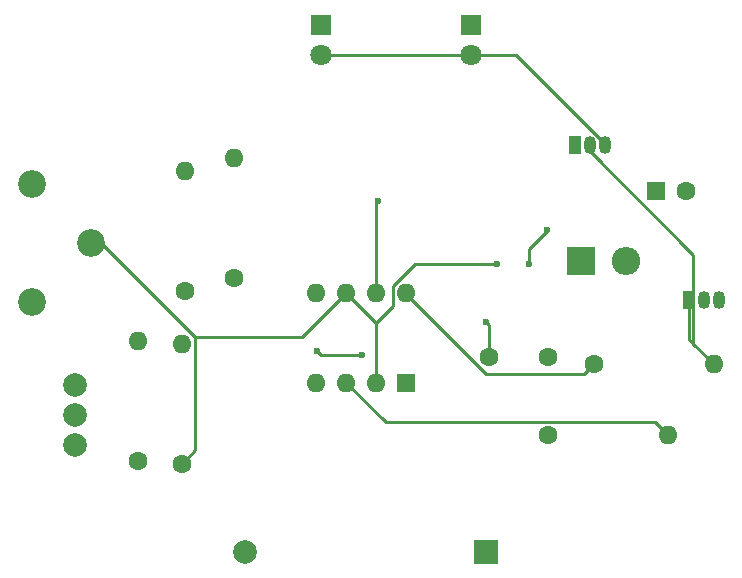
<source format=gbr>
G04 #@! TF.GenerationSoftware,KiCad,Pcbnew,(5.1.9)-1*
G04 #@! TF.CreationDate,2021-04-10T08:26:10+02:00*
G04 #@! TF.ProjectId,NE555V2,4e453535-3556-4322-9e6b-696361645f70,rev?*
G04 #@! TF.SameCoordinates,Original*
G04 #@! TF.FileFunction,Copper,L1,Top*
G04 #@! TF.FilePolarity,Positive*
%FSLAX46Y46*%
G04 Gerber Fmt 4.6, Leading zero omitted, Abs format (unit mm)*
G04 Created by KiCad (PCBNEW (5.1.9)-1) date 2021-04-10 08:26:10*
%MOMM*%
%LPD*%
G01*
G04 APERTURE LIST*
G04 #@! TA.AperFunction,ComponentPad*
%ADD10R,1.800000X1.800000*%
G04 #@! TD*
G04 #@! TA.AperFunction,ComponentPad*
%ADD11C,1.800000*%
G04 #@! TD*
G04 #@! TA.AperFunction,ComponentPad*
%ADD12R,1.600000X1.600000*%
G04 #@! TD*
G04 #@! TA.AperFunction,ComponentPad*
%ADD13C,1.600000*%
G04 #@! TD*
G04 #@! TA.AperFunction,ComponentPad*
%ADD14R,2.400000X2.400000*%
G04 #@! TD*
G04 #@! TA.AperFunction,ComponentPad*
%ADD15O,2.400000X2.400000*%
G04 #@! TD*
G04 #@! TA.AperFunction,ComponentPad*
%ADD16R,1.050000X1.500000*%
G04 #@! TD*
G04 #@! TA.AperFunction,ComponentPad*
%ADD17O,1.050000X1.500000*%
G04 #@! TD*
G04 #@! TA.AperFunction,ComponentPad*
%ADD18O,1.600000X1.600000*%
G04 #@! TD*
G04 #@! TA.AperFunction,ComponentPad*
%ADD19C,2.340000*%
G04 #@! TD*
G04 #@! TA.AperFunction,ComponentPad*
%ADD20C,2.000000*%
G04 #@! TD*
G04 #@! TA.AperFunction,ComponentPad*
%ADD21R,2.000000X2.000000*%
G04 #@! TD*
G04 #@! TA.AperFunction,ViaPad*
%ADD22C,0.600000*%
G04 #@! TD*
G04 #@! TA.AperFunction,Conductor*
%ADD23C,0.250000*%
G04 #@! TD*
G04 APERTURE END LIST*
D10*
X152400000Y-67310000D03*
D11*
X152400000Y-69850000D03*
X139700000Y-69850000D03*
D10*
X139700000Y-67310000D03*
D12*
X168033700Y-81432400D03*
D13*
X170533700Y-81432400D03*
X153860500Y-95453200D03*
X158860500Y-95453200D03*
D14*
X161658300Y-87363300D03*
D15*
X165468300Y-87363300D03*
D16*
X170776900Y-90665300D03*
D17*
X173316900Y-90665300D03*
X172046900Y-90665300D03*
X162407600Y-77546200D03*
X163677600Y-77546200D03*
D16*
X161137600Y-77546200D03*
D18*
X124180600Y-94119700D03*
D13*
X124180600Y-104279700D03*
D19*
X115150900Y-80830400D03*
X120150900Y-85830400D03*
X115150900Y-90830400D03*
D18*
X127889000Y-94322900D03*
D13*
X127889000Y-104482900D03*
X128117600Y-89839800D03*
D18*
X128117600Y-79679800D03*
X172897800Y-96075500D03*
D13*
X162737800Y-96075500D03*
X132257800Y-88760300D03*
D18*
X132257800Y-78600300D03*
D13*
X158877000Y-102095300D03*
D18*
X169037000Y-102095300D03*
D20*
X118859300Y-102920800D03*
X118859300Y-100380800D03*
X118859300Y-97840800D03*
D12*
X146888200Y-97637600D03*
D18*
X139268200Y-90017600D03*
X144348200Y-97637600D03*
X141808200Y-90017600D03*
X141808200Y-97637600D03*
X144348200Y-90017600D03*
X139268200Y-97637600D03*
X146888200Y-90017600D03*
D20*
X133210300Y-112001300D03*
D21*
X153661900Y-112001300D03*
D22*
X154546300Y-87591900D03*
X157302200Y-87591900D03*
X158826200Y-84670900D03*
X153619200Y-92481400D03*
X143167100Y-95262700D03*
X139344400Y-94983300D03*
X144513300Y-82270600D03*
D23*
X121061502Y-85830400D02*
X120150900Y-85830400D01*
X129014001Y-93782899D02*
X121061502Y-85830400D01*
X129014001Y-103357899D02*
X129014001Y-93782899D01*
X127889000Y-104482900D02*
X129014001Y-103357899D01*
X144348200Y-92557600D02*
X141808200Y-90017600D01*
X144348200Y-97637600D02*
X144348200Y-92557600D01*
X138042901Y-93782899D02*
X141808200Y-90017600D01*
X129014001Y-93782899D02*
X138042901Y-93782899D01*
X147648898Y-87591900D02*
X154546300Y-87591900D01*
X145763199Y-89477599D02*
X147648898Y-87591900D01*
X144348200Y-92557600D02*
X145763199Y-91142601D01*
X145763199Y-91142601D02*
X145763199Y-89477599D01*
X157302200Y-87591900D02*
X157302200Y-86271100D01*
X157302200Y-86271100D02*
X158826200Y-84747100D01*
X158826200Y-84747100D02*
X158826200Y-84670900D01*
X153860500Y-95453200D02*
X153860500Y-92722700D01*
X153860500Y-92722700D02*
X153619200Y-92481400D01*
X143167100Y-95262700D02*
X139623800Y-95262700D01*
X139623800Y-95262700D02*
X139344400Y-94983300D01*
X144348200Y-90017600D02*
X144348200Y-88239600D01*
X144348200Y-88239600D02*
X144348200Y-82435700D01*
X144348200Y-82435700D02*
X144513300Y-82270600D01*
X139700000Y-69850000D02*
X152400000Y-69850000D01*
X156138495Y-69850000D02*
X152400000Y-69850000D01*
X163677600Y-77389105D02*
X156138495Y-69850000D01*
X163677600Y-77546200D02*
X163677600Y-77389105D01*
X162407600Y-77991302D02*
X162407600Y-77546200D01*
X171196890Y-94374590D02*
X171196890Y-86780592D01*
X171196890Y-86780592D02*
X162407600Y-77991302D01*
X172897800Y-96075500D02*
X171196890Y-94374590D01*
X170776900Y-93954600D02*
X171196890Y-94374590D01*
X170776900Y-90665300D02*
X170776900Y-93954600D01*
X145140899Y-100970299D02*
X141808200Y-97637600D01*
X167911999Y-100970299D02*
X145140899Y-100970299D01*
X169037000Y-102095300D02*
X167911999Y-100970299D01*
X146888200Y-90145902D02*
X146888200Y-90017600D01*
X153617797Y-96875499D02*
X146888200Y-90145902D01*
X161937801Y-96875499D02*
X153617797Y-96875499D01*
X162737800Y-96075500D02*
X161937801Y-96875499D01*
M02*

</source>
